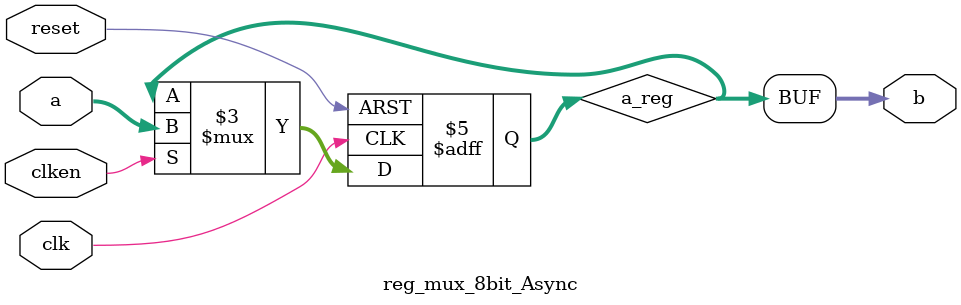
<source format=v>
module reg_mux_8bit_Async (a,clk,reset,clken,b);
parameter regi = 1;
    input [7:0]a;
    input clk,clken,reset;

    output reg [7:0]b;

    reg [7:0]a_reg;

    always @(*) begin
        if (regi) begin 
            b <= a_reg;
        end else begin
            b = a;
        end
    end

    always @(posedge clk or posedge reset) begin
        if (reset) begin
            a_reg <= 0;
        end else begin
             if (clken) begin
                   a_reg <= a;
                end  
        end
    end

endmodule
</source>
